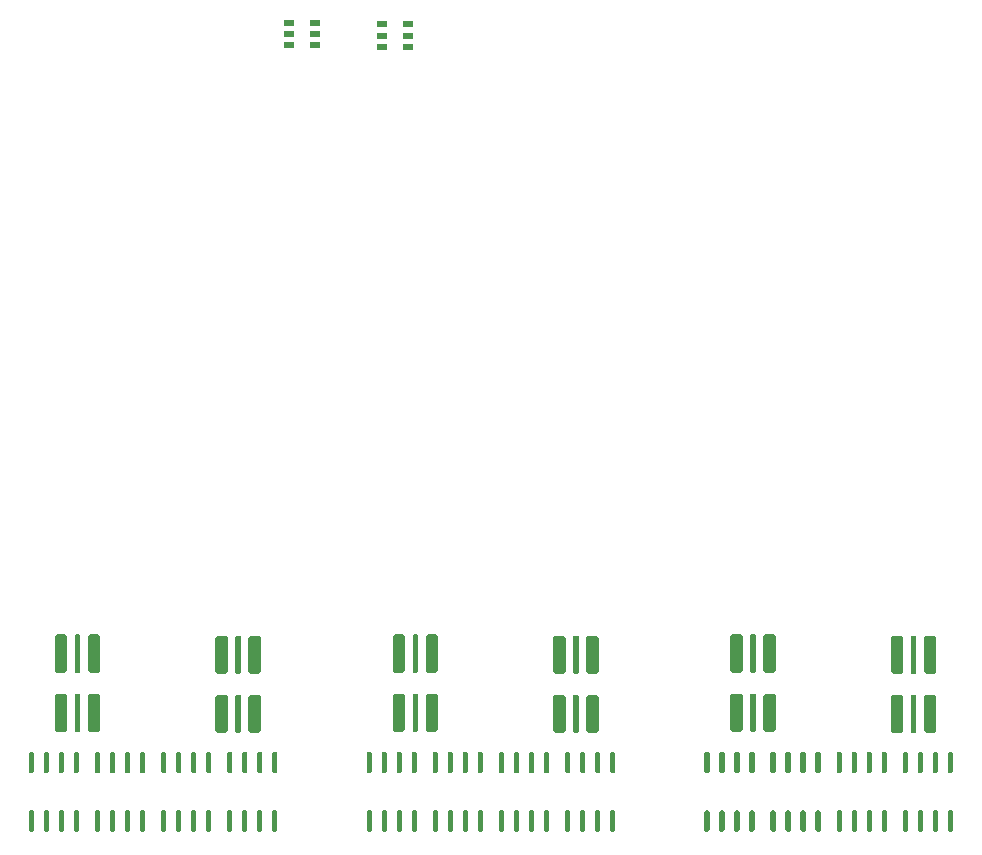
<source format=gbp>
G04 #@! TF.GenerationSoftware,KiCad,Pcbnew,5.1.9*
G04 #@! TF.CreationDate,2021-04-11T20:07:04-04:00*
G04 #@! TF.ProjectId,cnc-controller,636e632d-636f-46e7-9472-6f6c6c65722e,rev?*
G04 #@! TF.SameCoordinates,Original*
G04 #@! TF.FileFunction,Paste,Bot*
G04 #@! TF.FilePolarity,Positive*
%FSLAX46Y46*%
G04 Gerber Fmt 4.6, Leading zero omitted, Abs format (unit mm)*
G04 Created by KiCad (PCBNEW 5.1.9) date 2021-04-11 20:07:04*
%MOMM*%
%LPD*%
G01*
G04 APERTURE LIST*
%ADD10R,0.907600X0.497600*%
G04 APERTURE END LIST*
G36*
G01*
X100151994Y-105623800D02*
X99448006Y-105623800D01*
G75*
G02*
X99276200Y-105451994I0J171806D01*
G01*
X99276200Y-102548006D01*
G75*
G02*
X99448006Y-102376200I171806J0D01*
G01*
X100151994Y-102376200D01*
G75*
G02*
X100323800Y-102548006I0J-171806D01*
G01*
X100323800Y-105451994D01*
G75*
G02*
X100151994Y-105623800I-171806J0D01*
G01*
G37*
G36*
G01*
X97351994Y-105623800D02*
X96648006Y-105623800D01*
G75*
G02*
X96476200Y-105451994I0J171806D01*
G01*
X96476200Y-102548006D01*
G75*
G02*
X96648006Y-102376200I171806J0D01*
G01*
X97351994Y-102376200D01*
G75*
G02*
X97523800Y-102548006I0J-171806D01*
G01*
X97523800Y-105451994D01*
G75*
G02*
X97351994Y-105623800I-171806J0D01*
G01*
G37*
G36*
G01*
X98550394Y-105623800D02*
X98249606Y-105623800D01*
G75*
G02*
X98176200Y-105550394I0J73406D01*
G01*
X98176200Y-102449606D01*
G75*
G02*
X98249606Y-102376200I73406J0D01*
G01*
X98550394Y-102376200D01*
G75*
G02*
X98623800Y-102449606I0J-73406D01*
G01*
X98623800Y-105550394D01*
G75*
G02*
X98550394Y-105623800I-73406J0D01*
G01*
G37*
G36*
G01*
X97351994Y-110623800D02*
X96648006Y-110623800D01*
G75*
G02*
X96476200Y-110451994I0J171806D01*
G01*
X96476200Y-107548006D01*
G75*
G02*
X96648006Y-107376200I171806J0D01*
G01*
X97351994Y-107376200D01*
G75*
G02*
X97523800Y-107548006I0J-171806D01*
G01*
X97523800Y-110451994D01*
G75*
G02*
X97351994Y-110623800I-171806J0D01*
G01*
G37*
G36*
G01*
X100151994Y-110623800D02*
X99448006Y-110623800D01*
G75*
G02*
X99276200Y-110451994I0J171806D01*
G01*
X99276200Y-107548006D01*
G75*
G02*
X99448006Y-107376200I171806J0D01*
G01*
X100151994Y-107376200D01*
G75*
G02*
X100323800Y-107548006I0J-171806D01*
G01*
X100323800Y-110451994D01*
G75*
G02*
X100151994Y-110623800I-171806J0D01*
G01*
G37*
G36*
G01*
X98550394Y-110623800D02*
X98249606Y-110623800D01*
G75*
G02*
X98176200Y-110550394I0J73406D01*
G01*
X98176200Y-107449606D01*
G75*
G02*
X98249606Y-107376200I73406J0D01*
G01*
X98550394Y-107376200D01*
G75*
G02*
X98623800Y-107449606I0J-73406D01*
G01*
X98623800Y-110550394D01*
G75*
G02*
X98550394Y-110623800I-73406J0D01*
G01*
G37*
G36*
G01*
X71551994Y-105623800D02*
X70848006Y-105623800D01*
G75*
G02*
X70676200Y-105451994I0J171806D01*
G01*
X70676200Y-102548006D01*
G75*
G02*
X70848006Y-102376200I171806J0D01*
G01*
X71551994Y-102376200D01*
G75*
G02*
X71723800Y-102548006I0J-171806D01*
G01*
X71723800Y-105451994D01*
G75*
G02*
X71551994Y-105623800I-171806J0D01*
G01*
G37*
G36*
G01*
X68751994Y-105623800D02*
X68048006Y-105623800D01*
G75*
G02*
X67876200Y-105451994I0J171806D01*
G01*
X67876200Y-102548006D01*
G75*
G02*
X68048006Y-102376200I171806J0D01*
G01*
X68751994Y-102376200D01*
G75*
G02*
X68923800Y-102548006I0J-171806D01*
G01*
X68923800Y-105451994D01*
G75*
G02*
X68751994Y-105623800I-171806J0D01*
G01*
G37*
G36*
G01*
X69950394Y-105623800D02*
X69649606Y-105623800D01*
G75*
G02*
X69576200Y-105550394I0J73406D01*
G01*
X69576200Y-102449606D01*
G75*
G02*
X69649606Y-102376200I73406J0D01*
G01*
X69950394Y-102376200D01*
G75*
G02*
X70023800Y-102449606I0J-73406D01*
G01*
X70023800Y-105550394D01*
G75*
G02*
X69950394Y-105623800I-73406J0D01*
G01*
G37*
G36*
G01*
X68751994Y-110623800D02*
X68048006Y-110623800D01*
G75*
G02*
X67876200Y-110451994I0J171806D01*
G01*
X67876200Y-107548006D01*
G75*
G02*
X68048006Y-107376200I171806J0D01*
G01*
X68751994Y-107376200D01*
G75*
G02*
X68923800Y-107548006I0J-171806D01*
G01*
X68923800Y-110451994D01*
G75*
G02*
X68751994Y-110623800I-171806J0D01*
G01*
G37*
G36*
G01*
X71551994Y-110623800D02*
X70848006Y-110623800D01*
G75*
G02*
X70676200Y-110451994I0J171806D01*
G01*
X70676200Y-107548006D01*
G75*
G02*
X70848006Y-107376200I171806J0D01*
G01*
X71551994Y-107376200D01*
G75*
G02*
X71723800Y-107548006I0J-171806D01*
G01*
X71723800Y-110451994D01*
G75*
G02*
X71551994Y-110623800I-171806J0D01*
G01*
G37*
G36*
G01*
X69950394Y-110623800D02*
X69649606Y-110623800D01*
G75*
G02*
X69576200Y-110550394I0J73406D01*
G01*
X69576200Y-107449606D01*
G75*
G02*
X69649606Y-107376200I73406J0D01*
G01*
X69950394Y-107376200D01*
G75*
G02*
X70023800Y-107449606I0J-73406D01*
G01*
X70023800Y-110550394D01*
G75*
G02*
X69950394Y-110623800I-73406J0D01*
G01*
G37*
G36*
G01*
X86551994Y-105523800D02*
X85848006Y-105523800D01*
G75*
G02*
X85676200Y-105351994I0J171806D01*
G01*
X85676200Y-102448006D01*
G75*
G02*
X85848006Y-102276200I171806J0D01*
G01*
X86551994Y-102276200D01*
G75*
G02*
X86723800Y-102448006I0J-171806D01*
G01*
X86723800Y-105351994D01*
G75*
G02*
X86551994Y-105523800I-171806J0D01*
G01*
G37*
G36*
G01*
X83751994Y-105523800D02*
X83048006Y-105523800D01*
G75*
G02*
X82876200Y-105351994I0J171806D01*
G01*
X82876200Y-102448006D01*
G75*
G02*
X83048006Y-102276200I171806J0D01*
G01*
X83751994Y-102276200D01*
G75*
G02*
X83923800Y-102448006I0J-171806D01*
G01*
X83923800Y-105351994D01*
G75*
G02*
X83751994Y-105523800I-171806J0D01*
G01*
G37*
G36*
G01*
X84950394Y-105523800D02*
X84649606Y-105523800D01*
G75*
G02*
X84576200Y-105450394I0J73406D01*
G01*
X84576200Y-102349606D01*
G75*
G02*
X84649606Y-102276200I73406J0D01*
G01*
X84950394Y-102276200D01*
G75*
G02*
X85023800Y-102349606I0J-73406D01*
G01*
X85023800Y-105450394D01*
G75*
G02*
X84950394Y-105523800I-73406J0D01*
G01*
G37*
G36*
G01*
X83751994Y-110523800D02*
X83048006Y-110523800D01*
G75*
G02*
X82876200Y-110351994I0J171806D01*
G01*
X82876200Y-107448006D01*
G75*
G02*
X83048006Y-107276200I171806J0D01*
G01*
X83751994Y-107276200D01*
G75*
G02*
X83923800Y-107448006I0J-171806D01*
G01*
X83923800Y-110351994D01*
G75*
G02*
X83751994Y-110523800I-171806J0D01*
G01*
G37*
G36*
G01*
X86551994Y-110523800D02*
X85848006Y-110523800D01*
G75*
G02*
X85676200Y-110351994I0J171806D01*
G01*
X85676200Y-107448006D01*
G75*
G02*
X85848006Y-107276200I171806J0D01*
G01*
X86551994Y-107276200D01*
G75*
G02*
X86723800Y-107448006I0J-171806D01*
G01*
X86723800Y-110351994D01*
G75*
G02*
X86551994Y-110523800I-171806J0D01*
G01*
G37*
G36*
G01*
X84950394Y-110523800D02*
X84649606Y-110523800D01*
G75*
G02*
X84576200Y-110450394I0J73406D01*
G01*
X84576200Y-107349606D01*
G75*
G02*
X84649606Y-107276200I73406J0D01*
G01*
X84950394Y-107276200D01*
G75*
G02*
X85023800Y-107349606I0J-73406D01*
G01*
X85023800Y-110450394D01*
G75*
G02*
X84950394Y-110523800I-73406J0D01*
G01*
G37*
G36*
G01*
X57951994Y-105523800D02*
X57248006Y-105523800D01*
G75*
G02*
X57076200Y-105351994I0J171806D01*
G01*
X57076200Y-102448006D01*
G75*
G02*
X57248006Y-102276200I171806J0D01*
G01*
X57951994Y-102276200D01*
G75*
G02*
X58123800Y-102448006I0J-171806D01*
G01*
X58123800Y-105351994D01*
G75*
G02*
X57951994Y-105523800I-171806J0D01*
G01*
G37*
G36*
G01*
X55151994Y-105523800D02*
X54448006Y-105523800D01*
G75*
G02*
X54276200Y-105351994I0J171806D01*
G01*
X54276200Y-102448006D01*
G75*
G02*
X54448006Y-102276200I171806J0D01*
G01*
X55151994Y-102276200D01*
G75*
G02*
X55323800Y-102448006I0J-171806D01*
G01*
X55323800Y-105351994D01*
G75*
G02*
X55151994Y-105523800I-171806J0D01*
G01*
G37*
G36*
G01*
X56350394Y-105523800D02*
X56049606Y-105523800D01*
G75*
G02*
X55976200Y-105450394I0J73406D01*
G01*
X55976200Y-102349606D01*
G75*
G02*
X56049606Y-102276200I73406J0D01*
G01*
X56350394Y-102276200D01*
G75*
G02*
X56423800Y-102349606I0J-73406D01*
G01*
X56423800Y-105450394D01*
G75*
G02*
X56350394Y-105523800I-73406J0D01*
G01*
G37*
G36*
G01*
X55151994Y-110523800D02*
X54448006Y-110523800D01*
G75*
G02*
X54276200Y-110351994I0J171806D01*
G01*
X54276200Y-107448006D01*
G75*
G02*
X54448006Y-107276200I171806J0D01*
G01*
X55151994Y-107276200D01*
G75*
G02*
X55323800Y-107448006I0J-171806D01*
G01*
X55323800Y-110351994D01*
G75*
G02*
X55151994Y-110523800I-171806J0D01*
G01*
G37*
G36*
G01*
X57951994Y-110523800D02*
X57248006Y-110523800D01*
G75*
G02*
X57076200Y-110351994I0J171806D01*
G01*
X57076200Y-107448006D01*
G75*
G02*
X57248006Y-107276200I171806J0D01*
G01*
X57951994Y-107276200D01*
G75*
G02*
X58123800Y-107448006I0J-171806D01*
G01*
X58123800Y-110351994D01*
G75*
G02*
X57951994Y-110523800I-171806J0D01*
G01*
G37*
G36*
G01*
X56350394Y-110523800D02*
X56049606Y-110523800D01*
G75*
G02*
X55976200Y-110450394I0J73406D01*
G01*
X55976200Y-107349606D01*
G75*
G02*
X56049606Y-107276200I73406J0D01*
G01*
X56350394Y-107276200D01*
G75*
G02*
X56423800Y-107349606I0J-73406D01*
G01*
X56423800Y-110450394D01*
G75*
G02*
X56350394Y-110523800I-73406J0D01*
G01*
G37*
G36*
G01*
X29351994Y-105523800D02*
X28648006Y-105523800D01*
G75*
G02*
X28476200Y-105351994I0J171806D01*
G01*
X28476200Y-102448006D01*
G75*
G02*
X28648006Y-102276200I171806J0D01*
G01*
X29351994Y-102276200D01*
G75*
G02*
X29523800Y-102448006I0J-171806D01*
G01*
X29523800Y-105351994D01*
G75*
G02*
X29351994Y-105523800I-171806J0D01*
G01*
G37*
G36*
G01*
X26551994Y-105523800D02*
X25848006Y-105523800D01*
G75*
G02*
X25676200Y-105351994I0J171806D01*
G01*
X25676200Y-102448006D01*
G75*
G02*
X25848006Y-102276200I171806J0D01*
G01*
X26551994Y-102276200D01*
G75*
G02*
X26723800Y-102448006I0J-171806D01*
G01*
X26723800Y-105351994D01*
G75*
G02*
X26551994Y-105523800I-171806J0D01*
G01*
G37*
G36*
G01*
X27750394Y-105523800D02*
X27449606Y-105523800D01*
G75*
G02*
X27376200Y-105450394I0J73406D01*
G01*
X27376200Y-102349606D01*
G75*
G02*
X27449606Y-102276200I73406J0D01*
G01*
X27750394Y-102276200D01*
G75*
G02*
X27823800Y-102349606I0J-73406D01*
G01*
X27823800Y-105450394D01*
G75*
G02*
X27750394Y-105523800I-73406J0D01*
G01*
G37*
G36*
G01*
X26551994Y-110523800D02*
X25848006Y-110523800D01*
G75*
G02*
X25676200Y-110351994I0J171806D01*
G01*
X25676200Y-107448006D01*
G75*
G02*
X25848006Y-107276200I171806J0D01*
G01*
X26551994Y-107276200D01*
G75*
G02*
X26723800Y-107448006I0J-171806D01*
G01*
X26723800Y-110351994D01*
G75*
G02*
X26551994Y-110523800I-171806J0D01*
G01*
G37*
G36*
G01*
X29351994Y-110523800D02*
X28648006Y-110523800D01*
G75*
G02*
X28476200Y-110351994I0J171806D01*
G01*
X28476200Y-107448006D01*
G75*
G02*
X28648006Y-107276200I171806J0D01*
G01*
X29351994Y-107276200D01*
G75*
G02*
X29523800Y-107448006I0J-171806D01*
G01*
X29523800Y-110351994D01*
G75*
G02*
X29351994Y-110523800I-171806J0D01*
G01*
G37*
G36*
G01*
X27750394Y-110523800D02*
X27449606Y-110523800D01*
G75*
G02*
X27376200Y-110450394I0J73406D01*
G01*
X27376200Y-107349606D01*
G75*
G02*
X27449606Y-107276200I73406J0D01*
G01*
X27750394Y-107276200D01*
G75*
G02*
X27823800Y-107349606I0J-73406D01*
G01*
X27823800Y-110450394D01*
G75*
G02*
X27750394Y-110523800I-73406J0D01*
G01*
G37*
G36*
G01*
X42951994Y-105623800D02*
X42248006Y-105623800D01*
G75*
G02*
X42076200Y-105451994I0J171806D01*
G01*
X42076200Y-102548006D01*
G75*
G02*
X42248006Y-102376200I171806J0D01*
G01*
X42951994Y-102376200D01*
G75*
G02*
X43123800Y-102548006I0J-171806D01*
G01*
X43123800Y-105451994D01*
G75*
G02*
X42951994Y-105623800I-171806J0D01*
G01*
G37*
G36*
G01*
X40151994Y-105623800D02*
X39448006Y-105623800D01*
G75*
G02*
X39276200Y-105451994I0J171806D01*
G01*
X39276200Y-102548006D01*
G75*
G02*
X39448006Y-102376200I171806J0D01*
G01*
X40151994Y-102376200D01*
G75*
G02*
X40323800Y-102548006I0J-171806D01*
G01*
X40323800Y-105451994D01*
G75*
G02*
X40151994Y-105623800I-171806J0D01*
G01*
G37*
G36*
G01*
X41350394Y-105623800D02*
X41049606Y-105623800D01*
G75*
G02*
X40976200Y-105550394I0J73406D01*
G01*
X40976200Y-102449606D01*
G75*
G02*
X41049606Y-102376200I73406J0D01*
G01*
X41350394Y-102376200D01*
G75*
G02*
X41423800Y-102449606I0J-73406D01*
G01*
X41423800Y-105550394D01*
G75*
G02*
X41350394Y-105623800I-73406J0D01*
G01*
G37*
G36*
G01*
X40151994Y-110623800D02*
X39448006Y-110623800D01*
G75*
G02*
X39276200Y-110451994I0J171806D01*
G01*
X39276200Y-107548006D01*
G75*
G02*
X39448006Y-107376200I171806J0D01*
G01*
X40151994Y-107376200D01*
G75*
G02*
X40323800Y-107548006I0J-171806D01*
G01*
X40323800Y-110451994D01*
G75*
G02*
X40151994Y-110623800I-171806J0D01*
G01*
G37*
G36*
G01*
X42951994Y-110623800D02*
X42248006Y-110623800D01*
G75*
G02*
X42076200Y-110451994I0J171806D01*
G01*
X42076200Y-107548006D01*
G75*
G02*
X42248006Y-107376200I171806J0D01*
G01*
X42951994Y-107376200D01*
G75*
G02*
X43123800Y-107548006I0J-171806D01*
G01*
X43123800Y-110451994D01*
G75*
G02*
X42951994Y-110623800I-171806J0D01*
G01*
G37*
G36*
G01*
X41350394Y-110623800D02*
X41049606Y-110623800D01*
G75*
G02*
X40976200Y-110550394I0J73406D01*
G01*
X40976200Y-107449606D01*
G75*
G02*
X41049606Y-107376200I73406J0D01*
G01*
X41350394Y-107376200D01*
G75*
G02*
X41423800Y-107449606I0J-73406D01*
G01*
X41423800Y-110550394D01*
G75*
G02*
X41350394Y-110623800I-73406J0D01*
G01*
G37*
D10*
X55550000Y-51575000D03*
X55550000Y-52525000D03*
X55550000Y-50625000D03*
X53350000Y-50625000D03*
X53350000Y-51575000D03*
X53350000Y-52525000D03*
X47725000Y-51450000D03*
X47725000Y-52400000D03*
X47725000Y-50500000D03*
X45525000Y-50500000D03*
X45525000Y-51450000D03*
X45525000Y-52400000D03*
G36*
G01*
X86383100Y-117176200D02*
X86606900Y-117176200D01*
G75*
G02*
X86718800Y-117288100I0J-111900D01*
G01*
X86718800Y-118861900D01*
G75*
G02*
X86606900Y-118973800I-111900J0D01*
G01*
X86383100Y-118973800D01*
G75*
G02*
X86271200Y-118861900I0J111900D01*
G01*
X86271200Y-117288100D01*
G75*
G02*
X86383100Y-117176200I111900J0D01*
G01*
G37*
G36*
G01*
X87653100Y-117176200D02*
X87876900Y-117176200D01*
G75*
G02*
X87988800Y-117288100I0J-111900D01*
G01*
X87988800Y-118861900D01*
G75*
G02*
X87876900Y-118973800I-111900J0D01*
G01*
X87653100Y-118973800D01*
G75*
G02*
X87541200Y-118861900I0J111900D01*
G01*
X87541200Y-117288100D01*
G75*
G02*
X87653100Y-117176200I111900J0D01*
G01*
G37*
G36*
G01*
X88923100Y-117176200D02*
X89146900Y-117176200D01*
G75*
G02*
X89258800Y-117288100I0J-111900D01*
G01*
X89258800Y-118861900D01*
G75*
G02*
X89146900Y-118973800I-111900J0D01*
G01*
X88923100Y-118973800D01*
G75*
G02*
X88811200Y-118861900I0J111900D01*
G01*
X88811200Y-117288100D01*
G75*
G02*
X88923100Y-117176200I111900J0D01*
G01*
G37*
G36*
G01*
X90193100Y-117176200D02*
X90416900Y-117176200D01*
G75*
G02*
X90528800Y-117288100I0J-111900D01*
G01*
X90528800Y-118861900D01*
G75*
G02*
X90416900Y-118973800I-111900J0D01*
G01*
X90193100Y-118973800D01*
G75*
G02*
X90081200Y-118861900I0J111900D01*
G01*
X90081200Y-117288100D01*
G75*
G02*
X90193100Y-117176200I111900J0D01*
G01*
G37*
G36*
G01*
X90193100Y-112226200D02*
X90416900Y-112226200D01*
G75*
G02*
X90528800Y-112338100I0J-111900D01*
G01*
X90528800Y-113911900D01*
G75*
G02*
X90416900Y-114023800I-111900J0D01*
G01*
X90193100Y-114023800D01*
G75*
G02*
X90081200Y-113911900I0J111900D01*
G01*
X90081200Y-112338100D01*
G75*
G02*
X90193100Y-112226200I111900J0D01*
G01*
G37*
G36*
G01*
X88923100Y-112226200D02*
X89146900Y-112226200D01*
G75*
G02*
X89258800Y-112338100I0J-111900D01*
G01*
X89258800Y-113911900D01*
G75*
G02*
X89146900Y-114023800I-111900J0D01*
G01*
X88923100Y-114023800D01*
G75*
G02*
X88811200Y-113911900I0J111900D01*
G01*
X88811200Y-112338100D01*
G75*
G02*
X88923100Y-112226200I111900J0D01*
G01*
G37*
G36*
G01*
X87653100Y-112226200D02*
X87876900Y-112226200D01*
G75*
G02*
X87988800Y-112338100I0J-111900D01*
G01*
X87988800Y-113911900D01*
G75*
G02*
X87876900Y-114023800I-111900J0D01*
G01*
X87653100Y-114023800D01*
G75*
G02*
X87541200Y-113911900I0J111900D01*
G01*
X87541200Y-112338100D01*
G75*
G02*
X87653100Y-112226200I111900J0D01*
G01*
G37*
G36*
G01*
X86383100Y-112226200D02*
X86606900Y-112226200D01*
G75*
G02*
X86718800Y-112338100I0J-111900D01*
G01*
X86718800Y-113911900D01*
G75*
G02*
X86606900Y-114023800I-111900J0D01*
G01*
X86383100Y-114023800D01*
G75*
G02*
X86271200Y-113911900I0J111900D01*
G01*
X86271200Y-112338100D01*
G75*
G02*
X86383100Y-112226200I111900J0D01*
G01*
G37*
G36*
G01*
X97583100Y-117176200D02*
X97806900Y-117176200D01*
G75*
G02*
X97918800Y-117288100I0J-111900D01*
G01*
X97918800Y-118861900D01*
G75*
G02*
X97806900Y-118973800I-111900J0D01*
G01*
X97583100Y-118973800D01*
G75*
G02*
X97471200Y-118861900I0J111900D01*
G01*
X97471200Y-117288100D01*
G75*
G02*
X97583100Y-117176200I111900J0D01*
G01*
G37*
G36*
G01*
X98853100Y-117176200D02*
X99076900Y-117176200D01*
G75*
G02*
X99188800Y-117288100I0J-111900D01*
G01*
X99188800Y-118861900D01*
G75*
G02*
X99076900Y-118973800I-111900J0D01*
G01*
X98853100Y-118973800D01*
G75*
G02*
X98741200Y-118861900I0J111900D01*
G01*
X98741200Y-117288100D01*
G75*
G02*
X98853100Y-117176200I111900J0D01*
G01*
G37*
G36*
G01*
X100123100Y-117176200D02*
X100346900Y-117176200D01*
G75*
G02*
X100458800Y-117288100I0J-111900D01*
G01*
X100458800Y-118861900D01*
G75*
G02*
X100346900Y-118973800I-111900J0D01*
G01*
X100123100Y-118973800D01*
G75*
G02*
X100011200Y-118861900I0J111900D01*
G01*
X100011200Y-117288100D01*
G75*
G02*
X100123100Y-117176200I111900J0D01*
G01*
G37*
G36*
G01*
X101393100Y-117176200D02*
X101616900Y-117176200D01*
G75*
G02*
X101728800Y-117288100I0J-111900D01*
G01*
X101728800Y-118861900D01*
G75*
G02*
X101616900Y-118973800I-111900J0D01*
G01*
X101393100Y-118973800D01*
G75*
G02*
X101281200Y-118861900I0J111900D01*
G01*
X101281200Y-117288100D01*
G75*
G02*
X101393100Y-117176200I111900J0D01*
G01*
G37*
G36*
G01*
X101393100Y-112226200D02*
X101616900Y-112226200D01*
G75*
G02*
X101728800Y-112338100I0J-111900D01*
G01*
X101728800Y-113911900D01*
G75*
G02*
X101616900Y-114023800I-111900J0D01*
G01*
X101393100Y-114023800D01*
G75*
G02*
X101281200Y-113911900I0J111900D01*
G01*
X101281200Y-112338100D01*
G75*
G02*
X101393100Y-112226200I111900J0D01*
G01*
G37*
G36*
G01*
X100123100Y-112226200D02*
X100346900Y-112226200D01*
G75*
G02*
X100458800Y-112338100I0J-111900D01*
G01*
X100458800Y-113911900D01*
G75*
G02*
X100346900Y-114023800I-111900J0D01*
G01*
X100123100Y-114023800D01*
G75*
G02*
X100011200Y-113911900I0J111900D01*
G01*
X100011200Y-112338100D01*
G75*
G02*
X100123100Y-112226200I111900J0D01*
G01*
G37*
G36*
G01*
X98853100Y-112226200D02*
X99076900Y-112226200D01*
G75*
G02*
X99188800Y-112338100I0J-111900D01*
G01*
X99188800Y-113911900D01*
G75*
G02*
X99076900Y-114023800I-111900J0D01*
G01*
X98853100Y-114023800D01*
G75*
G02*
X98741200Y-113911900I0J111900D01*
G01*
X98741200Y-112338100D01*
G75*
G02*
X98853100Y-112226200I111900J0D01*
G01*
G37*
G36*
G01*
X97583100Y-112226200D02*
X97806900Y-112226200D01*
G75*
G02*
X97918800Y-112338100I0J-111900D01*
G01*
X97918800Y-113911900D01*
G75*
G02*
X97806900Y-114023800I-111900J0D01*
G01*
X97583100Y-114023800D01*
G75*
G02*
X97471200Y-113911900I0J111900D01*
G01*
X97471200Y-112338100D01*
G75*
G02*
X97583100Y-112226200I111900J0D01*
G01*
G37*
G36*
G01*
X80783100Y-117176200D02*
X81006900Y-117176200D01*
G75*
G02*
X81118800Y-117288100I0J-111900D01*
G01*
X81118800Y-118861900D01*
G75*
G02*
X81006900Y-118973800I-111900J0D01*
G01*
X80783100Y-118973800D01*
G75*
G02*
X80671200Y-118861900I0J111900D01*
G01*
X80671200Y-117288100D01*
G75*
G02*
X80783100Y-117176200I111900J0D01*
G01*
G37*
G36*
G01*
X82053100Y-117176200D02*
X82276900Y-117176200D01*
G75*
G02*
X82388800Y-117288100I0J-111900D01*
G01*
X82388800Y-118861900D01*
G75*
G02*
X82276900Y-118973800I-111900J0D01*
G01*
X82053100Y-118973800D01*
G75*
G02*
X81941200Y-118861900I0J111900D01*
G01*
X81941200Y-117288100D01*
G75*
G02*
X82053100Y-117176200I111900J0D01*
G01*
G37*
G36*
G01*
X83323100Y-117176200D02*
X83546900Y-117176200D01*
G75*
G02*
X83658800Y-117288100I0J-111900D01*
G01*
X83658800Y-118861900D01*
G75*
G02*
X83546900Y-118973800I-111900J0D01*
G01*
X83323100Y-118973800D01*
G75*
G02*
X83211200Y-118861900I0J111900D01*
G01*
X83211200Y-117288100D01*
G75*
G02*
X83323100Y-117176200I111900J0D01*
G01*
G37*
G36*
G01*
X84593100Y-117176200D02*
X84816900Y-117176200D01*
G75*
G02*
X84928800Y-117288100I0J-111900D01*
G01*
X84928800Y-118861900D01*
G75*
G02*
X84816900Y-118973800I-111900J0D01*
G01*
X84593100Y-118973800D01*
G75*
G02*
X84481200Y-118861900I0J111900D01*
G01*
X84481200Y-117288100D01*
G75*
G02*
X84593100Y-117176200I111900J0D01*
G01*
G37*
G36*
G01*
X84593100Y-112226200D02*
X84816900Y-112226200D01*
G75*
G02*
X84928800Y-112338100I0J-111900D01*
G01*
X84928800Y-113911900D01*
G75*
G02*
X84816900Y-114023800I-111900J0D01*
G01*
X84593100Y-114023800D01*
G75*
G02*
X84481200Y-113911900I0J111900D01*
G01*
X84481200Y-112338100D01*
G75*
G02*
X84593100Y-112226200I111900J0D01*
G01*
G37*
G36*
G01*
X83323100Y-112226200D02*
X83546900Y-112226200D01*
G75*
G02*
X83658800Y-112338100I0J-111900D01*
G01*
X83658800Y-113911900D01*
G75*
G02*
X83546900Y-114023800I-111900J0D01*
G01*
X83323100Y-114023800D01*
G75*
G02*
X83211200Y-113911900I0J111900D01*
G01*
X83211200Y-112338100D01*
G75*
G02*
X83323100Y-112226200I111900J0D01*
G01*
G37*
G36*
G01*
X82053100Y-112226200D02*
X82276900Y-112226200D01*
G75*
G02*
X82388800Y-112338100I0J-111900D01*
G01*
X82388800Y-113911900D01*
G75*
G02*
X82276900Y-114023800I-111900J0D01*
G01*
X82053100Y-114023800D01*
G75*
G02*
X81941200Y-113911900I0J111900D01*
G01*
X81941200Y-112338100D01*
G75*
G02*
X82053100Y-112226200I111900J0D01*
G01*
G37*
G36*
G01*
X80783100Y-112226200D02*
X81006900Y-112226200D01*
G75*
G02*
X81118800Y-112338100I0J-111900D01*
G01*
X81118800Y-113911900D01*
G75*
G02*
X81006900Y-114023800I-111900J0D01*
G01*
X80783100Y-114023800D01*
G75*
G02*
X80671200Y-113911900I0J111900D01*
G01*
X80671200Y-112338100D01*
G75*
G02*
X80783100Y-112226200I111900J0D01*
G01*
G37*
G36*
G01*
X91983100Y-117176200D02*
X92206900Y-117176200D01*
G75*
G02*
X92318800Y-117288100I0J-111900D01*
G01*
X92318800Y-118861900D01*
G75*
G02*
X92206900Y-118973800I-111900J0D01*
G01*
X91983100Y-118973800D01*
G75*
G02*
X91871200Y-118861900I0J111900D01*
G01*
X91871200Y-117288100D01*
G75*
G02*
X91983100Y-117176200I111900J0D01*
G01*
G37*
G36*
G01*
X93253100Y-117176200D02*
X93476900Y-117176200D01*
G75*
G02*
X93588800Y-117288100I0J-111900D01*
G01*
X93588800Y-118861900D01*
G75*
G02*
X93476900Y-118973800I-111900J0D01*
G01*
X93253100Y-118973800D01*
G75*
G02*
X93141200Y-118861900I0J111900D01*
G01*
X93141200Y-117288100D01*
G75*
G02*
X93253100Y-117176200I111900J0D01*
G01*
G37*
G36*
G01*
X94523100Y-117176200D02*
X94746900Y-117176200D01*
G75*
G02*
X94858800Y-117288100I0J-111900D01*
G01*
X94858800Y-118861900D01*
G75*
G02*
X94746900Y-118973800I-111900J0D01*
G01*
X94523100Y-118973800D01*
G75*
G02*
X94411200Y-118861900I0J111900D01*
G01*
X94411200Y-117288100D01*
G75*
G02*
X94523100Y-117176200I111900J0D01*
G01*
G37*
G36*
G01*
X95793100Y-117176200D02*
X96016900Y-117176200D01*
G75*
G02*
X96128800Y-117288100I0J-111900D01*
G01*
X96128800Y-118861900D01*
G75*
G02*
X96016900Y-118973800I-111900J0D01*
G01*
X95793100Y-118973800D01*
G75*
G02*
X95681200Y-118861900I0J111900D01*
G01*
X95681200Y-117288100D01*
G75*
G02*
X95793100Y-117176200I111900J0D01*
G01*
G37*
G36*
G01*
X95793100Y-112226200D02*
X96016900Y-112226200D01*
G75*
G02*
X96128800Y-112338100I0J-111900D01*
G01*
X96128800Y-113911900D01*
G75*
G02*
X96016900Y-114023800I-111900J0D01*
G01*
X95793100Y-114023800D01*
G75*
G02*
X95681200Y-113911900I0J111900D01*
G01*
X95681200Y-112338100D01*
G75*
G02*
X95793100Y-112226200I111900J0D01*
G01*
G37*
G36*
G01*
X94523100Y-112226200D02*
X94746900Y-112226200D01*
G75*
G02*
X94858800Y-112338100I0J-111900D01*
G01*
X94858800Y-113911900D01*
G75*
G02*
X94746900Y-114023800I-111900J0D01*
G01*
X94523100Y-114023800D01*
G75*
G02*
X94411200Y-113911900I0J111900D01*
G01*
X94411200Y-112338100D01*
G75*
G02*
X94523100Y-112226200I111900J0D01*
G01*
G37*
G36*
G01*
X93253100Y-112226200D02*
X93476900Y-112226200D01*
G75*
G02*
X93588800Y-112338100I0J-111900D01*
G01*
X93588800Y-113911900D01*
G75*
G02*
X93476900Y-114023800I-111900J0D01*
G01*
X93253100Y-114023800D01*
G75*
G02*
X93141200Y-113911900I0J111900D01*
G01*
X93141200Y-112338100D01*
G75*
G02*
X93253100Y-112226200I111900J0D01*
G01*
G37*
G36*
G01*
X91983100Y-112226200D02*
X92206900Y-112226200D01*
G75*
G02*
X92318800Y-112338100I0J-111900D01*
G01*
X92318800Y-113911900D01*
G75*
G02*
X92206900Y-114023800I-111900J0D01*
G01*
X91983100Y-114023800D01*
G75*
G02*
X91871200Y-113911900I0J111900D01*
G01*
X91871200Y-112338100D01*
G75*
G02*
X91983100Y-112226200I111900J0D01*
G01*
G37*
G36*
G01*
X57783100Y-117176200D02*
X58006900Y-117176200D01*
G75*
G02*
X58118800Y-117288100I0J-111900D01*
G01*
X58118800Y-118861900D01*
G75*
G02*
X58006900Y-118973800I-111900J0D01*
G01*
X57783100Y-118973800D01*
G75*
G02*
X57671200Y-118861900I0J111900D01*
G01*
X57671200Y-117288100D01*
G75*
G02*
X57783100Y-117176200I111900J0D01*
G01*
G37*
G36*
G01*
X59053100Y-117176200D02*
X59276900Y-117176200D01*
G75*
G02*
X59388800Y-117288100I0J-111900D01*
G01*
X59388800Y-118861900D01*
G75*
G02*
X59276900Y-118973800I-111900J0D01*
G01*
X59053100Y-118973800D01*
G75*
G02*
X58941200Y-118861900I0J111900D01*
G01*
X58941200Y-117288100D01*
G75*
G02*
X59053100Y-117176200I111900J0D01*
G01*
G37*
G36*
G01*
X60323100Y-117176200D02*
X60546900Y-117176200D01*
G75*
G02*
X60658800Y-117288100I0J-111900D01*
G01*
X60658800Y-118861900D01*
G75*
G02*
X60546900Y-118973800I-111900J0D01*
G01*
X60323100Y-118973800D01*
G75*
G02*
X60211200Y-118861900I0J111900D01*
G01*
X60211200Y-117288100D01*
G75*
G02*
X60323100Y-117176200I111900J0D01*
G01*
G37*
G36*
G01*
X61593100Y-117176200D02*
X61816900Y-117176200D01*
G75*
G02*
X61928800Y-117288100I0J-111900D01*
G01*
X61928800Y-118861900D01*
G75*
G02*
X61816900Y-118973800I-111900J0D01*
G01*
X61593100Y-118973800D01*
G75*
G02*
X61481200Y-118861900I0J111900D01*
G01*
X61481200Y-117288100D01*
G75*
G02*
X61593100Y-117176200I111900J0D01*
G01*
G37*
G36*
G01*
X61593100Y-112226200D02*
X61816900Y-112226200D01*
G75*
G02*
X61928800Y-112338100I0J-111900D01*
G01*
X61928800Y-113911900D01*
G75*
G02*
X61816900Y-114023800I-111900J0D01*
G01*
X61593100Y-114023800D01*
G75*
G02*
X61481200Y-113911900I0J111900D01*
G01*
X61481200Y-112338100D01*
G75*
G02*
X61593100Y-112226200I111900J0D01*
G01*
G37*
G36*
G01*
X60323100Y-112226200D02*
X60546900Y-112226200D01*
G75*
G02*
X60658800Y-112338100I0J-111900D01*
G01*
X60658800Y-113911900D01*
G75*
G02*
X60546900Y-114023800I-111900J0D01*
G01*
X60323100Y-114023800D01*
G75*
G02*
X60211200Y-113911900I0J111900D01*
G01*
X60211200Y-112338100D01*
G75*
G02*
X60323100Y-112226200I111900J0D01*
G01*
G37*
G36*
G01*
X59053100Y-112226200D02*
X59276900Y-112226200D01*
G75*
G02*
X59388800Y-112338100I0J-111900D01*
G01*
X59388800Y-113911900D01*
G75*
G02*
X59276900Y-114023800I-111900J0D01*
G01*
X59053100Y-114023800D01*
G75*
G02*
X58941200Y-113911900I0J111900D01*
G01*
X58941200Y-112338100D01*
G75*
G02*
X59053100Y-112226200I111900J0D01*
G01*
G37*
G36*
G01*
X57783100Y-112226200D02*
X58006900Y-112226200D01*
G75*
G02*
X58118800Y-112338100I0J-111900D01*
G01*
X58118800Y-113911900D01*
G75*
G02*
X58006900Y-114023800I-111900J0D01*
G01*
X57783100Y-114023800D01*
G75*
G02*
X57671200Y-113911900I0J111900D01*
G01*
X57671200Y-112338100D01*
G75*
G02*
X57783100Y-112226200I111900J0D01*
G01*
G37*
G36*
G01*
X68983100Y-117176200D02*
X69206900Y-117176200D01*
G75*
G02*
X69318800Y-117288100I0J-111900D01*
G01*
X69318800Y-118861900D01*
G75*
G02*
X69206900Y-118973800I-111900J0D01*
G01*
X68983100Y-118973800D01*
G75*
G02*
X68871200Y-118861900I0J111900D01*
G01*
X68871200Y-117288100D01*
G75*
G02*
X68983100Y-117176200I111900J0D01*
G01*
G37*
G36*
G01*
X70253100Y-117176200D02*
X70476900Y-117176200D01*
G75*
G02*
X70588800Y-117288100I0J-111900D01*
G01*
X70588800Y-118861900D01*
G75*
G02*
X70476900Y-118973800I-111900J0D01*
G01*
X70253100Y-118973800D01*
G75*
G02*
X70141200Y-118861900I0J111900D01*
G01*
X70141200Y-117288100D01*
G75*
G02*
X70253100Y-117176200I111900J0D01*
G01*
G37*
G36*
G01*
X71523100Y-117176200D02*
X71746900Y-117176200D01*
G75*
G02*
X71858800Y-117288100I0J-111900D01*
G01*
X71858800Y-118861900D01*
G75*
G02*
X71746900Y-118973800I-111900J0D01*
G01*
X71523100Y-118973800D01*
G75*
G02*
X71411200Y-118861900I0J111900D01*
G01*
X71411200Y-117288100D01*
G75*
G02*
X71523100Y-117176200I111900J0D01*
G01*
G37*
G36*
G01*
X72793100Y-117176200D02*
X73016900Y-117176200D01*
G75*
G02*
X73128800Y-117288100I0J-111900D01*
G01*
X73128800Y-118861900D01*
G75*
G02*
X73016900Y-118973800I-111900J0D01*
G01*
X72793100Y-118973800D01*
G75*
G02*
X72681200Y-118861900I0J111900D01*
G01*
X72681200Y-117288100D01*
G75*
G02*
X72793100Y-117176200I111900J0D01*
G01*
G37*
G36*
G01*
X72793100Y-112226200D02*
X73016900Y-112226200D01*
G75*
G02*
X73128800Y-112338100I0J-111900D01*
G01*
X73128800Y-113911900D01*
G75*
G02*
X73016900Y-114023800I-111900J0D01*
G01*
X72793100Y-114023800D01*
G75*
G02*
X72681200Y-113911900I0J111900D01*
G01*
X72681200Y-112338100D01*
G75*
G02*
X72793100Y-112226200I111900J0D01*
G01*
G37*
G36*
G01*
X71523100Y-112226200D02*
X71746900Y-112226200D01*
G75*
G02*
X71858800Y-112338100I0J-111900D01*
G01*
X71858800Y-113911900D01*
G75*
G02*
X71746900Y-114023800I-111900J0D01*
G01*
X71523100Y-114023800D01*
G75*
G02*
X71411200Y-113911900I0J111900D01*
G01*
X71411200Y-112338100D01*
G75*
G02*
X71523100Y-112226200I111900J0D01*
G01*
G37*
G36*
G01*
X70253100Y-112226200D02*
X70476900Y-112226200D01*
G75*
G02*
X70588800Y-112338100I0J-111900D01*
G01*
X70588800Y-113911900D01*
G75*
G02*
X70476900Y-114023800I-111900J0D01*
G01*
X70253100Y-114023800D01*
G75*
G02*
X70141200Y-113911900I0J111900D01*
G01*
X70141200Y-112338100D01*
G75*
G02*
X70253100Y-112226200I111900J0D01*
G01*
G37*
G36*
G01*
X68983100Y-112226200D02*
X69206900Y-112226200D01*
G75*
G02*
X69318800Y-112338100I0J-111900D01*
G01*
X69318800Y-113911900D01*
G75*
G02*
X69206900Y-114023800I-111900J0D01*
G01*
X68983100Y-114023800D01*
G75*
G02*
X68871200Y-113911900I0J111900D01*
G01*
X68871200Y-112338100D01*
G75*
G02*
X68983100Y-112226200I111900J0D01*
G01*
G37*
G36*
G01*
X52183100Y-117176200D02*
X52406900Y-117176200D01*
G75*
G02*
X52518800Y-117288100I0J-111900D01*
G01*
X52518800Y-118861900D01*
G75*
G02*
X52406900Y-118973800I-111900J0D01*
G01*
X52183100Y-118973800D01*
G75*
G02*
X52071200Y-118861900I0J111900D01*
G01*
X52071200Y-117288100D01*
G75*
G02*
X52183100Y-117176200I111900J0D01*
G01*
G37*
G36*
G01*
X53453100Y-117176200D02*
X53676900Y-117176200D01*
G75*
G02*
X53788800Y-117288100I0J-111900D01*
G01*
X53788800Y-118861900D01*
G75*
G02*
X53676900Y-118973800I-111900J0D01*
G01*
X53453100Y-118973800D01*
G75*
G02*
X53341200Y-118861900I0J111900D01*
G01*
X53341200Y-117288100D01*
G75*
G02*
X53453100Y-117176200I111900J0D01*
G01*
G37*
G36*
G01*
X54723100Y-117176200D02*
X54946900Y-117176200D01*
G75*
G02*
X55058800Y-117288100I0J-111900D01*
G01*
X55058800Y-118861900D01*
G75*
G02*
X54946900Y-118973800I-111900J0D01*
G01*
X54723100Y-118973800D01*
G75*
G02*
X54611200Y-118861900I0J111900D01*
G01*
X54611200Y-117288100D01*
G75*
G02*
X54723100Y-117176200I111900J0D01*
G01*
G37*
G36*
G01*
X55993100Y-117176200D02*
X56216900Y-117176200D01*
G75*
G02*
X56328800Y-117288100I0J-111900D01*
G01*
X56328800Y-118861900D01*
G75*
G02*
X56216900Y-118973800I-111900J0D01*
G01*
X55993100Y-118973800D01*
G75*
G02*
X55881200Y-118861900I0J111900D01*
G01*
X55881200Y-117288100D01*
G75*
G02*
X55993100Y-117176200I111900J0D01*
G01*
G37*
G36*
G01*
X55993100Y-112226200D02*
X56216900Y-112226200D01*
G75*
G02*
X56328800Y-112338100I0J-111900D01*
G01*
X56328800Y-113911900D01*
G75*
G02*
X56216900Y-114023800I-111900J0D01*
G01*
X55993100Y-114023800D01*
G75*
G02*
X55881200Y-113911900I0J111900D01*
G01*
X55881200Y-112338100D01*
G75*
G02*
X55993100Y-112226200I111900J0D01*
G01*
G37*
G36*
G01*
X54723100Y-112226200D02*
X54946900Y-112226200D01*
G75*
G02*
X55058800Y-112338100I0J-111900D01*
G01*
X55058800Y-113911900D01*
G75*
G02*
X54946900Y-114023800I-111900J0D01*
G01*
X54723100Y-114023800D01*
G75*
G02*
X54611200Y-113911900I0J111900D01*
G01*
X54611200Y-112338100D01*
G75*
G02*
X54723100Y-112226200I111900J0D01*
G01*
G37*
G36*
G01*
X53453100Y-112226200D02*
X53676900Y-112226200D01*
G75*
G02*
X53788800Y-112338100I0J-111900D01*
G01*
X53788800Y-113911900D01*
G75*
G02*
X53676900Y-114023800I-111900J0D01*
G01*
X53453100Y-114023800D01*
G75*
G02*
X53341200Y-113911900I0J111900D01*
G01*
X53341200Y-112338100D01*
G75*
G02*
X53453100Y-112226200I111900J0D01*
G01*
G37*
G36*
G01*
X52183100Y-112226200D02*
X52406900Y-112226200D01*
G75*
G02*
X52518800Y-112338100I0J-111900D01*
G01*
X52518800Y-113911900D01*
G75*
G02*
X52406900Y-114023800I-111900J0D01*
G01*
X52183100Y-114023800D01*
G75*
G02*
X52071200Y-113911900I0J111900D01*
G01*
X52071200Y-112338100D01*
G75*
G02*
X52183100Y-112226200I111900J0D01*
G01*
G37*
G36*
G01*
X63383100Y-117176200D02*
X63606900Y-117176200D01*
G75*
G02*
X63718800Y-117288100I0J-111900D01*
G01*
X63718800Y-118861900D01*
G75*
G02*
X63606900Y-118973800I-111900J0D01*
G01*
X63383100Y-118973800D01*
G75*
G02*
X63271200Y-118861900I0J111900D01*
G01*
X63271200Y-117288100D01*
G75*
G02*
X63383100Y-117176200I111900J0D01*
G01*
G37*
G36*
G01*
X64653100Y-117176200D02*
X64876900Y-117176200D01*
G75*
G02*
X64988800Y-117288100I0J-111900D01*
G01*
X64988800Y-118861900D01*
G75*
G02*
X64876900Y-118973800I-111900J0D01*
G01*
X64653100Y-118973800D01*
G75*
G02*
X64541200Y-118861900I0J111900D01*
G01*
X64541200Y-117288100D01*
G75*
G02*
X64653100Y-117176200I111900J0D01*
G01*
G37*
G36*
G01*
X65923100Y-117176200D02*
X66146900Y-117176200D01*
G75*
G02*
X66258800Y-117288100I0J-111900D01*
G01*
X66258800Y-118861900D01*
G75*
G02*
X66146900Y-118973800I-111900J0D01*
G01*
X65923100Y-118973800D01*
G75*
G02*
X65811200Y-118861900I0J111900D01*
G01*
X65811200Y-117288100D01*
G75*
G02*
X65923100Y-117176200I111900J0D01*
G01*
G37*
G36*
G01*
X67193100Y-117176200D02*
X67416900Y-117176200D01*
G75*
G02*
X67528800Y-117288100I0J-111900D01*
G01*
X67528800Y-118861900D01*
G75*
G02*
X67416900Y-118973800I-111900J0D01*
G01*
X67193100Y-118973800D01*
G75*
G02*
X67081200Y-118861900I0J111900D01*
G01*
X67081200Y-117288100D01*
G75*
G02*
X67193100Y-117176200I111900J0D01*
G01*
G37*
G36*
G01*
X67193100Y-112226200D02*
X67416900Y-112226200D01*
G75*
G02*
X67528800Y-112338100I0J-111900D01*
G01*
X67528800Y-113911900D01*
G75*
G02*
X67416900Y-114023800I-111900J0D01*
G01*
X67193100Y-114023800D01*
G75*
G02*
X67081200Y-113911900I0J111900D01*
G01*
X67081200Y-112338100D01*
G75*
G02*
X67193100Y-112226200I111900J0D01*
G01*
G37*
G36*
G01*
X65923100Y-112226200D02*
X66146900Y-112226200D01*
G75*
G02*
X66258800Y-112338100I0J-111900D01*
G01*
X66258800Y-113911900D01*
G75*
G02*
X66146900Y-114023800I-111900J0D01*
G01*
X65923100Y-114023800D01*
G75*
G02*
X65811200Y-113911900I0J111900D01*
G01*
X65811200Y-112338100D01*
G75*
G02*
X65923100Y-112226200I111900J0D01*
G01*
G37*
G36*
G01*
X64653100Y-112226200D02*
X64876900Y-112226200D01*
G75*
G02*
X64988800Y-112338100I0J-111900D01*
G01*
X64988800Y-113911900D01*
G75*
G02*
X64876900Y-114023800I-111900J0D01*
G01*
X64653100Y-114023800D01*
G75*
G02*
X64541200Y-113911900I0J111900D01*
G01*
X64541200Y-112338100D01*
G75*
G02*
X64653100Y-112226200I111900J0D01*
G01*
G37*
G36*
G01*
X63383100Y-112226200D02*
X63606900Y-112226200D01*
G75*
G02*
X63718800Y-112338100I0J-111900D01*
G01*
X63718800Y-113911900D01*
G75*
G02*
X63606900Y-114023800I-111900J0D01*
G01*
X63383100Y-114023800D01*
G75*
G02*
X63271200Y-113911900I0J111900D01*
G01*
X63271200Y-112338100D01*
G75*
G02*
X63383100Y-112226200I111900J0D01*
G01*
G37*
G36*
G01*
X29183100Y-117176200D02*
X29406900Y-117176200D01*
G75*
G02*
X29518800Y-117288100I0J-111900D01*
G01*
X29518800Y-118861900D01*
G75*
G02*
X29406900Y-118973800I-111900J0D01*
G01*
X29183100Y-118973800D01*
G75*
G02*
X29071200Y-118861900I0J111900D01*
G01*
X29071200Y-117288100D01*
G75*
G02*
X29183100Y-117176200I111900J0D01*
G01*
G37*
G36*
G01*
X30453100Y-117176200D02*
X30676900Y-117176200D01*
G75*
G02*
X30788800Y-117288100I0J-111900D01*
G01*
X30788800Y-118861900D01*
G75*
G02*
X30676900Y-118973800I-111900J0D01*
G01*
X30453100Y-118973800D01*
G75*
G02*
X30341200Y-118861900I0J111900D01*
G01*
X30341200Y-117288100D01*
G75*
G02*
X30453100Y-117176200I111900J0D01*
G01*
G37*
G36*
G01*
X31723100Y-117176200D02*
X31946900Y-117176200D01*
G75*
G02*
X32058800Y-117288100I0J-111900D01*
G01*
X32058800Y-118861900D01*
G75*
G02*
X31946900Y-118973800I-111900J0D01*
G01*
X31723100Y-118973800D01*
G75*
G02*
X31611200Y-118861900I0J111900D01*
G01*
X31611200Y-117288100D01*
G75*
G02*
X31723100Y-117176200I111900J0D01*
G01*
G37*
G36*
G01*
X32993100Y-117176200D02*
X33216900Y-117176200D01*
G75*
G02*
X33328800Y-117288100I0J-111900D01*
G01*
X33328800Y-118861900D01*
G75*
G02*
X33216900Y-118973800I-111900J0D01*
G01*
X32993100Y-118973800D01*
G75*
G02*
X32881200Y-118861900I0J111900D01*
G01*
X32881200Y-117288100D01*
G75*
G02*
X32993100Y-117176200I111900J0D01*
G01*
G37*
G36*
G01*
X32993100Y-112226200D02*
X33216900Y-112226200D01*
G75*
G02*
X33328800Y-112338100I0J-111900D01*
G01*
X33328800Y-113911900D01*
G75*
G02*
X33216900Y-114023800I-111900J0D01*
G01*
X32993100Y-114023800D01*
G75*
G02*
X32881200Y-113911900I0J111900D01*
G01*
X32881200Y-112338100D01*
G75*
G02*
X32993100Y-112226200I111900J0D01*
G01*
G37*
G36*
G01*
X31723100Y-112226200D02*
X31946900Y-112226200D01*
G75*
G02*
X32058800Y-112338100I0J-111900D01*
G01*
X32058800Y-113911900D01*
G75*
G02*
X31946900Y-114023800I-111900J0D01*
G01*
X31723100Y-114023800D01*
G75*
G02*
X31611200Y-113911900I0J111900D01*
G01*
X31611200Y-112338100D01*
G75*
G02*
X31723100Y-112226200I111900J0D01*
G01*
G37*
G36*
G01*
X30453100Y-112226200D02*
X30676900Y-112226200D01*
G75*
G02*
X30788800Y-112338100I0J-111900D01*
G01*
X30788800Y-113911900D01*
G75*
G02*
X30676900Y-114023800I-111900J0D01*
G01*
X30453100Y-114023800D01*
G75*
G02*
X30341200Y-113911900I0J111900D01*
G01*
X30341200Y-112338100D01*
G75*
G02*
X30453100Y-112226200I111900J0D01*
G01*
G37*
G36*
G01*
X29183100Y-112226200D02*
X29406900Y-112226200D01*
G75*
G02*
X29518800Y-112338100I0J-111900D01*
G01*
X29518800Y-113911900D01*
G75*
G02*
X29406900Y-114023800I-111900J0D01*
G01*
X29183100Y-114023800D01*
G75*
G02*
X29071200Y-113911900I0J111900D01*
G01*
X29071200Y-112338100D01*
G75*
G02*
X29183100Y-112226200I111900J0D01*
G01*
G37*
G36*
G01*
X40383100Y-117176200D02*
X40606900Y-117176200D01*
G75*
G02*
X40718800Y-117288100I0J-111900D01*
G01*
X40718800Y-118861900D01*
G75*
G02*
X40606900Y-118973800I-111900J0D01*
G01*
X40383100Y-118973800D01*
G75*
G02*
X40271200Y-118861900I0J111900D01*
G01*
X40271200Y-117288100D01*
G75*
G02*
X40383100Y-117176200I111900J0D01*
G01*
G37*
G36*
G01*
X41653100Y-117176200D02*
X41876900Y-117176200D01*
G75*
G02*
X41988800Y-117288100I0J-111900D01*
G01*
X41988800Y-118861900D01*
G75*
G02*
X41876900Y-118973800I-111900J0D01*
G01*
X41653100Y-118973800D01*
G75*
G02*
X41541200Y-118861900I0J111900D01*
G01*
X41541200Y-117288100D01*
G75*
G02*
X41653100Y-117176200I111900J0D01*
G01*
G37*
G36*
G01*
X42923100Y-117176200D02*
X43146900Y-117176200D01*
G75*
G02*
X43258800Y-117288100I0J-111900D01*
G01*
X43258800Y-118861900D01*
G75*
G02*
X43146900Y-118973800I-111900J0D01*
G01*
X42923100Y-118973800D01*
G75*
G02*
X42811200Y-118861900I0J111900D01*
G01*
X42811200Y-117288100D01*
G75*
G02*
X42923100Y-117176200I111900J0D01*
G01*
G37*
G36*
G01*
X44193100Y-117176200D02*
X44416900Y-117176200D01*
G75*
G02*
X44528800Y-117288100I0J-111900D01*
G01*
X44528800Y-118861900D01*
G75*
G02*
X44416900Y-118973800I-111900J0D01*
G01*
X44193100Y-118973800D01*
G75*
G02*
X44081200Y-118861900I0J111900D01*
G01*
X44081200Y-117288100D01*
G75*
G02*
X44193100Y-117176200I111900J0D01*
G01*
G37*
G36*
G01*
X44193100Y-112226200D02*
X44416900Y-112226200D01*
G75*
G02*
X44528800Y-112338100I0J-111900D01*
G01*
X44528800Y-113911900D01*
G75*
G02*
X44416900Y-114023800I-111900J0D01*
G01*
X44193100Y-114023800D01*
G75*
G02*
X44081200Y-113911900I0J111900D01*
G01*
X44081200Y-112338100D01*
G75*
G02*
X44193100Y-112226200I111900J0D01*
G01*
G37*
G36*
G01*
X42923100Y-112226200D02*
X43146900Y-112226200D01*
G75*
G02*
X43258800Y-112338100I0J-111900D01*
G01*
X43258800Y-113911900D01*
G75*
G02*
X43146900Y-114023800I-111900J0D01*
G01*
X42923100Y-114023800D01*
G75*
G02*
X42811200Y-113911900I0J111900D01*
G01*
X42811200Y-112338100D01*
G75*
G02*
X42923100Y-112226200I111900J0D01*
G01*
G37*
G36*
G01*
X41653100Y-112226200D02*
X41876900Y-112226200D01*
G75*
G02*
X41988800Y-112338100I0J-111900D01*
G01*
X41988800Y-113911900D01*
G75*
G02*
X41876900Y-114023800I-111900J0D01*
G01*
X41653100Y-114023800D01*
G75*
G02*
X41541200Y-113911900I0J111900D01*
G01*
X41541200Y-112338100D01*
G75*
G02*
X41653100Y-112226200I111900J0D01*
G01*
G37*
G36*
G01*
X40383100Y-112226200D02*
X40606900Y-112226200D01*
G75*
G02*
X40718800Y-112338100I0J-111900D01*
G01*
X40718800Y-113911900D01*
G75*
G02*
X40606900Y-114023800I-111900J0D01*
G01*
X40383100Y-114023800D01*
G75*
G02*
X40271200Y-113911900I0J111900D01*
G01*
X40271200Y-112338100D01*
G75*
G02*
X40383100Y-112226200I111900J0D01*
G01*
G37*
G36*
G01*
X23583100Y-117176200D02*
X23806900Y-117176200D01*
G75*
G02*
X23918800Y-117288100I0J-111900D01*
G01*
X23918800Y-118861900D01*
G75*
G02*
X23806900Y-118973800I-111900J0D01*
G01*
X23583100Y-118973800D01*
G75*
G02*
X23471200Y-118861900I0J111900D01*
G01*
X23471200Y-117288100D01*
G75*
G02*
X23583100Y-117176200I111900J0D01*
G01*
G37*
G36*
G01*
X24853100Y-117176200D02*
X25076900Y-117176200D01*
G75*
G02*
X25188800Y-117288100I0J-111900D01*
G01*
X25188800Y-118861900D01*
G75*
G02*
X25076900Y-118973800I-111900J0D01*
G01*
X24853100Y-118973800D01*
G75*
G02*
X24741200Y-118861900I0J111900D01*
G01*
X24741200Y-117288100D01*
G75*
G02*
X24853100Y-117176200I111900J0D01*
G01*
G37*
G36*
G01*
X26123100Y-117176200D02*
X26346900Y-117176200D01*
G75*
G02*
X26458800Y-117288100I0J-111900D01*
G01*
X26458800Y-118861900D01*
G75*
G02*
X26346900Y-118973800I-111900J0D01*
G01*
X26123100Y-118973800D01*
G75*
G02*
X26011200Y-118861900I0J111900D01*
G01*
X26011200Y-117288100D01*
G75*
G02*
X26123100Y-117176200I111900J0D01*
G01*
G37*
G36*
G01*
X27393100Y-117176200D02*
X27616900Y-117176200D01*
G75*
G02*
X27728800Y-117288100I0J-111900D01*
G01*
X27728800Y-118861900D01*
G75*
G02*
X27616900Y-118973800I-111900J0D01*
G01*
X27393100Y-118973800D01*
G75*
G02*
X27281200Y-118861900I0J111900D01*
G01*
X27281200Y-117288100D01*
G75*
G02*
X27393100Y-117176200I111900J0D01*
G01*
G37*
G36*
G01*
X27393100Y-112226200D02*
X27616900Y-112226200D01*
G75*
G02*
X27728800Y-112338100I0J-111900D01*
G01*
X27728800Y-113911900D01*
G75*
G02*
X27616900Y-114023800I-111900J0D01*
G01*
X27393100Y-114023800D01*
G75*
G02*
X27281200Y-113911900I0J111900D01*
G01*
X27281200Y-112338100D01*
G75*
G02*
X27393100Y-112226200I111900J0D01*
G01*
G37*
G36*
G01*
X26123100Y-112226200D02*
X26346900Y-112226200D01*
G75*
G02*
X26458800Y-112338100I0J-111900D01*
G01*
X26458800Y-113911900D01*
G75*
G02*
X26346900Y-114023800I-111900J0D01*
G01*
X26123100Y-114023800D01*
G75*
G02*
X26011200Y-113911900I0J111900D01*
G01*
X26011200Y-112338100D01*
G75*
G02*
X26123100Y-112226200I111900J0D01*
G01*
G37*
G36*
G01*
X24853100Y-112226200D02*
X25076900Y-112226200D01*
G75*
G02*
X25188800Y-112338100I0J-111900D01*
G01*
X25188800Y-113911900D01*
G75*
G02*
X25076900Y-114023800I-111900J0D01*
G01*
X24853100Y-114023800D01*
G75*
G02*
X24741200Y-113911900I0J111900D01*
G01*
X24741200Y-112338100D01*
G75*
G02*
X24853100Y-112226200I111900J0D01*
G01*
G37*
G36*
G01*
X23583100Y-112226200D02*
X23806900Y-112226200D01*
G75*
G02*
X23918800Y-112338100I0J-111900D01*
G01*
X23918800Y-113911900D01*
G75*
G02*
X23806900Y-114023800I-111900J0D01*
G01*
X23583100Y-114023800D01*
G75*
G02*
X23471200Y-113911900I0J111900D01*
G01*
X23471200Y-112338100D01*
G75*
G02*
X23583100Y-112226200I111900J0D01*
G01*
G37*
G36*
G01*
X34783100Y-117176200D02*
X35006900Y-117176200D01*
G75*
G02*
X35118800Y-117288100I0J-111900D01*
G01*
X35118800Y-118861900D01*
G75*
G02*
X35006900Y-118973800I-111900J0D01*
G01*
X34783100Y-118973800D01*
G75*
G02*
X34671200Y-118861900I0J111900D01*
G01*
X34671200Y-117288100D01*
G75*
G02*
X34783100Y-117176200I111900J0D01*
G01*
G37*
G36*
G01*
X36053100Y-117176200D02*
X36276900Y-117176200D01*
G75*
G02*
X36388800Y-117288100I0J-111900D01*
G01*
X36388800Y-118861900D01*
G75*
G02*
X36276900Y-118973800I-111900J0D01*
G01*
X36053100Y-118973800D01*
G75*
G02*
X35941200Y-118861900I0J111900D01*
G01*
X35941200Y-117288100D01*
G75*
G02*
X36053100Y-117176200I111900J0D01*
G01*
G37*
G36*
G01*
X37323100Y-117176200D02*
X37546900Y-117176200D01*
G75*
G02*
X37658800Y-117288100I0J-111900D01*
G01*
X37658800Y-118861900D01*
G75*
G02*
X37546900Y-118973800I-111900J0D01*
G01*
X37323100Y-118973800D01*
G75*
G02*
X37211200Y-118861900I0J111900D01*
G01*
X37211200Y-117288100D01*
G75*
G02*
X37323100Y-117176200I111900J0D01*
G01*
G37*
G36*
G01*
X38593100Y-117176200D02*
X38816900Y-117176200D01*
G75*
G02*
X38928800Y-117288100I0J-111900D01*
G01*
X38928800Y-118861900D01*
G75*
G02*
X38816900Y-118973800I-111900J0D01*
G01*
X38593100Y-118973800D01*
G75*
G02*
X38481200Y-118861900I0J111900D01*
G01*
X38481200Y-117288100D01*
G75*
G02*
X38593100Y-117176200I111900J0D01*
G01*
G37*
G36*
G01*
X38593100Y-112226200D02*
X38816900Y-112226200D01*
G75*
G02*
X38928800Y-112338100I0J-111900D01*
G01*
X38928800Y-113911900D01*
G75*
G02*
X38816900Y-114023800I-111900J0D01*
G01*
X38593100Y-114023800D01*
G75*
G02*
X38481200Y-113911900I0J111900D01*
G01*
X38481200Y-112338100D01*
G75*
G02*
X38593100Y-112226200I111900J0D01*
G01*
G37*
G36*
G01*
X37323100Y-112226200D02*
X37546900Y-112226200D01*
G75*
G02*
X37658800Y-112338100I0J-111900D01*
G01*
X37658800Y-113911900D01*
G75*
G02*
X37546900Y-114023800I-111900J0D01*
G01*
X37323100Y-114023800D01*
G75*
G02*
X37211200Y-113911900I0J111900D01*
G01*
X37211200Y-112338100D01*
G75*
G02*
X37323100Y-112226200I111900J0D01*
G01*
G37*
G36*
G01*
X36053100Y-112226200D02*
X36276900Y-112226200D01*
G75*
G02*
X36388800Y-112338100I0J-111900D01*
G01*
X36388800Y-113911900D01*
G75*
G02*
X36276900Y-114023800I-111900J0D01*
G01*
X36053100Y-114023800D01*
G75*
G02*
X35941200Y-113911900I0J111900D01*
G01*
X35941200Y-112338100D01*
G75*
G02*
X36053100Y-112226200I111900J0D01*
G01*
G37*
G36*
G01*
X34783100Y-112226200D02*
X35006900Y-112226200D01*
G75*
G02*
X35118800Y-112338100I0J-111900D01*
G01*
X35118800Y-113911900D01*
G75*
G02*
X35006900Y-114023800I-111900J0D01*
G01*
X34783100Y-114023800D01*
G75*
G02*
X34671200Y-113911900I0J111900D01*
G01*
X34671200Y-112338100D01*
G75*
G02*
X34783100Y-112226200I111900J0D01*
G01*
G37*
M02*

</source>
